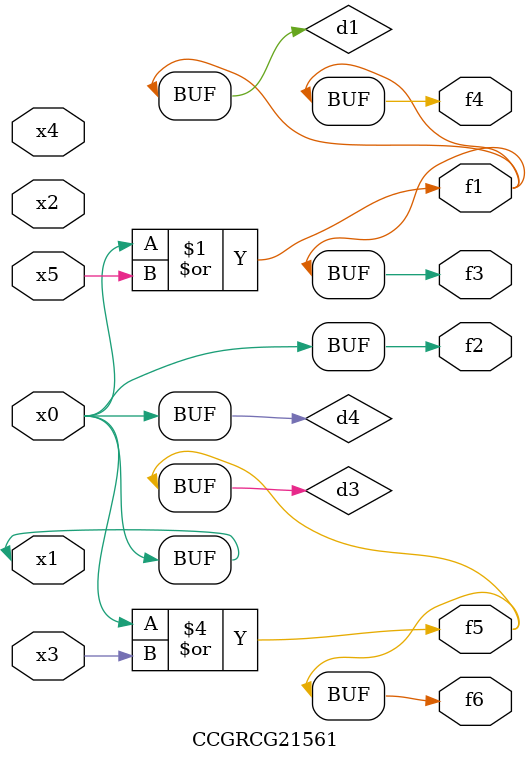
<source format=v>
module CCGRCG21561(
	input x0, x1, x2, x3, x4, x5,
	output f1, f2, f3, f4, f5, f6
);

	wire d1, d2, d3, d4;

	or (d1, x0, x5);
	xnor (d2, x1, x4);
	or (d3, x0, x3);
	buf (d4, x0, x1);
	assign f1 = d1;
	assign f2 = d4;
	assign f3 = d1;
	assign f4 = d1;
	assign f5 = d3;
	assign f6 = d3;
endmodule

</source>
